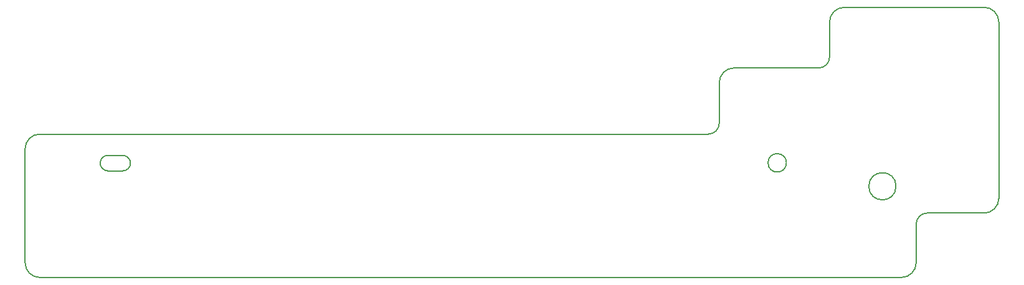
<source format=gbr>
%TF.GenerationSoftware,KiCad,Pcbnew,8.0.2*%
%TF.CreationDate,2024-11-08T17:25:48-08:00*%
%TF.ProjectId,gh80-5000-daughterboard,67683830-2d35-4303-9030-2d6461756768,rev?*%
%TF.SameCoordinates,Original*%
%TF.FileFunction,Profile,NP*%
%FSLAX46Y46*%
G04 Gerber Fmt 4.6, Leading zero omitted, Abs format (unit mm)*
G04 Created by KiCad (PCBNEW 8.0.2) date 2024-11-08 17:25:48*
%MOMM*%
%LPD*%
G01*
G04 APERTURE LIST*
%TA.AperFunction,Profile*%
%ADD10C,0.200000*%
%TD*%
G04 APERTURE END LIST*
D10*
X176200000Y-46400000D02*
X176200000Y-51160000D01*
X161200000Y-60160000D02*
G75*
G02*
X159699969Y-61660000I-1500000J0D01*
G01*
X187970000Y-79160000D02*
G75*
G02*
X185969969Y-81160000I-2000000J0D01*
G01*
X174699969Y-52660038D02*
X163194313Y-52660038D01*
X80119969Y-66650038D02*
X78099969Y-66650038D01*
X187970000Y-73900000D02*
G75*
G02*
X189474551Y-72400007I1500000J0D01*
G01*
X159699969Y-61660031D02*
X159699969Y-61660038D01*
X161200000Y-60160000D02*
X161200000Y-54660000D01*
X170330000Y-65560038D02*
G75*
G02*
X167830000Y-65560038I-1250000J0D01*
G01*
X167830000Y-65560038D02*
G75*
G02*
X170330000Y-65560038I1250000J0D01*
G01*
X178205625Y-44400038D02*
X197199869Y-44400038D01*
X187970000Y-79160000D02*
X187970000Y-73900000D01*
X66850000Y-79160038D02*
X66850000Y-63660000D01*
X197199869Y-44400038D02*
G75*
G02*
X199200032Y-46411235I31J-2000162D01*
G01*
X185969969Y-81160031D02*
X185969969Y-81160038D01*
X78112518Y-64550038D02*
X80119969Y-64550038D01*
X199200000Y-46411235D02*
X199200000Y-70400000D01*
X199200000Y-70400000D02*
G75*
G02*
X197199969Y-72400000I-2000000J0D01*
G01*
X185230000Y-68750038D02*
G75*
G02*
X181530000Y-68750038I-1850000J0D01*
G01*
X181530000Y-68750038D02*
G75*
G02*
X185230000Y-68750038I1850000J0D01*
G01*
X197199969Y-72400031D02*
X197199969Y-72400038D01*
X78099969Y-66650038D02*
G75*
G02*
X78112518Y-64550037I31J1050038D01*
G01*
X66850000Y-63660000D02*
G75*
G02*
X68855625Y-61660008I2000000J0D01*
G01*
X80119969Y-64550038D02*
G75*
G02*
X80119969Y-66649962I31J-1049962D01*
G01*
X161200000Y-54660000D02*
G75*
G02*
X163194313Y-52660008I2000000J0D01*
G01*
X80119969Y-66649962D02*
X80119969Y-66650038D01*
X68849969Y-81160038D02*
G75*
G02*
X66849962Y-79160038I31J2000038D01*
G01*
X68855625Y-61660038D02*
X159699969Y-61660038D01*
X176200000Y-46400000D02*
G75*
G02*
X178205625Y-44400008I2000000J0D01*
G01*
X174699969Y-52660031D02*
X174699969Y-52660038D01*
X68849969Y-81160038D02*
X185969969Y-81160038D01*
X176200000Y-51160000D02*
G75*
G02*
X174699969Y-52660000I-1500000J0D01*
G01*
X189474551Y-72400038D02*
X197199969Y-72400038D01*
M02*

</source>
